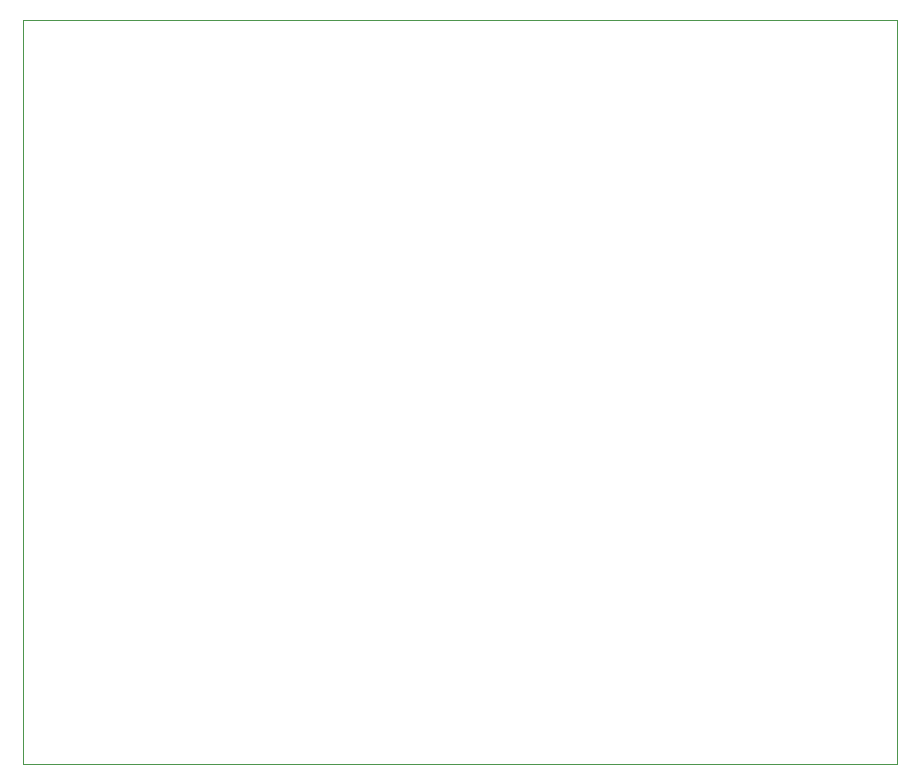
<source format=gbr>
%TF.GenerationSoftware,Novarm,DipTrace,4.0.0.5*%
%TF.CreationDate,2022-05-21T16:57:35-06:00*%
%FSLAX26Y26*%
%MOIN*%
%TF.FileFunction,Profile*%
%TF.Part,Single*%
%ADD10C,0.004724*%
G75*
G01*
%LPD*%
X393701Y2874016D2*
D10*
X3307087D1*
Y393701D1*
X393701D1*
Y2874016D1*
M02*

</source>
